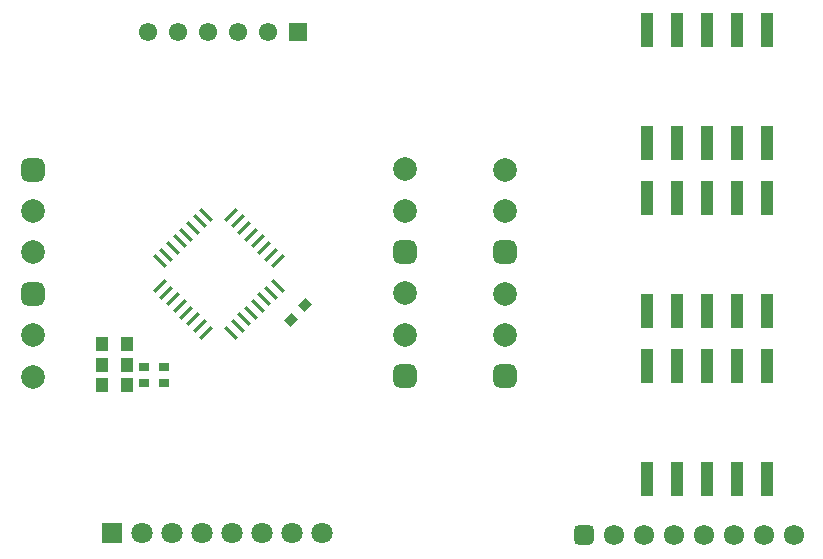
<source format=gbr>
%TF.GenerationSoftware,Altium Limited,Altium Designer,21.6.4 (81)*%
G04 Layer_Color=8388736*
%FSLAX43Y43*%
%MOMM*%
%TF.SameCoordinates,EF7AACBD-433E-4B6D-8733-A8E214C0EB56*%
%TF.FilePolarity,Negative*%
%TF.FileFunction,Soldermask,Top*%
%TF.Part,Single*%
G01*
G75*
%TA.AperFunction,SMDPad,CuDef*%
%ADD11R,0.900X0.800*%
%ADD12R,1.100X1.200*%
G04:AMPARAMS|DCode=13|XSize=0.9mm|YSize=0.8mm|CornerRadius=0mm|HoleSize=0mm|Usage=FLASHONLY|Rotation=45.000|XOffset=0mm|YOffset=0mm|HoleType=Round|Shape=Rectangle|*
%AMROTATEDRECTD13*
4,1,4,-0.035,-0.601,-0.601,-0.035,0.035,0.601,0.601,0.035,-0.035,-0.601,0.0*
%
%ADD13ROTATEDRECTD13*%

%ADD14R,1.000X2.940*%
G04:AMPARAMS|DCode=15|XSize=0.304mm|YSize=1.353mm|CornerRadius=0mm|HoleSize=0mm|Usage=FLASHONLY|Rotation=45.000|XOffset=0mm|YOffset=0mm|HoleType=Round|Shape=Rectangle|*
%AMROTATEDRECTD15*
4,1,4,0.371,-0.586,-0.586,0.371,-0.371,0.586,0.586,-0.371,0.371,-0.586,0.0*
%
%ADD15ROTATEDRECTD15*%

G04:AMPARAMS|DCode=16|XSize=0.304mm|YSize=1.353mm|CornerRadius=0mm|HoleSize=0mm|Usage=FLASHONLY|Rotation=135.000|XOffset=0mm|YOffset=0mm|HoleType=Round|Shape=Rectangle|*
%AMROTATEDRECTD16*
4,1,4,0.586,0.371,-0.371,-0.586,-0.586,-0.371,0.371,0.586,0.586,0.371,0.0*
%
%ADD16ROTATEDRECTD16*%

%TA.AperFunction,ComponentPad*%
%ADD29C,1.550*%
%ADD30R,1.550X1.550*%
%ADD69C,2.003*%
G04:AMPARAMS|DCode=70|XSize=2.003mm|YSize=2.003mm|CornerRadius=0.552mm|HoleSize=0mm|Usage=FLASHONLY|Rotation=270.000|XOffset=0mm|YOffset=0mm|HoleType=Round|Shape=RoundedRectangle|*
%AMROUNDEDRECTD70*
21,1,2.003,0.900,0,0,270.0*
21,1,0.900,2.003,0,0,270.0*
1,1,1.103,-0.450,-0.450*
1,1,1.103,-0.450,0.450*
1,1,1.103,0.450,0.450*
1,1,1.103,0.450,-0.450*
%
%ADD70ROUNDEDRECTD70*%
%ADD71C,1.803*%
%ADD72R,1.803X1.803*%
%ADD73C,1.723*%
G04:AMPARAMS|DCode=74|XSize=1.723mm|YSize=1.723mm|CornerRadius=0.482mm|HoleSize=0mm|Usage=FLASHONLY|Rotation=0.000|XOffset=0mm|YOffset=0mm|HoleType=Round|Shape=RoundedRectangle|*
%AMROUNDEDRECTD74*
21,1,1.723,0.760,0,0,0.0*
21,1,0.760,1.723,0,0,0.0*
1,1,0.963,0.380,-0.380*
1,1,0.963,-0.380,-0.380*
1,1,0.963,-0.380,0.380*
1,1,0.963,0.380,0.380*
%
%ADD74ROUNDEDRECTD74*%
D11*
X25273Y23774D02*
D03*
X26973D02*
D03*
Y22479D02*
D03*
X25273D02*
D03*
D12*
X21708Y24003D02*
D03*
X23808D02*
D03*
X21708Y22250D02*
D03*
X23808D02*
D03*
Y25756D02*
D03*
X21708D02*
D03*
D13*
X37702Y27822D02*
D03*
X38904Y29024D02*
D03*
D14*
X67894Y28540D02*
D03*
X70434D02*
D03*
X72974D02*
D03*
X75514D02*
D03*
X78054D02*
D03*
Y38100D02*
D03*
X75514D02*
D03*
X72974D02*
D03*
X70434D02*
D03*
X67894D02*
D03*
Y52324D02*
D03*
X70434D02*
D03*
X72974D02*
D03*
X75514D02*
D03*
X78054D02*
D03*
Y42764D02*
D03*
X75514D02*
D03*
X72974D02*
D03*
X70434D02*
D03*
X67894D02*
D03*
X67894Y23860D02*
D03*
X70434D02*
D03*
X72974D02*
D03*
X75514D02*
D03*
X78054D02*
D03*
Y14300D02*
D03*
X75514D02*
D03*
X72974D02*
D03*
X70434D02*
D03*
X67894D02*
D03*
D15*
X36597Y30685D02*
D03*
X36032Y30119D02*
D03*
X35466Y29553D02*
D03*
X34900Y28988D02*
D03*
X34335Y28422D02*
D03*
X33769Y27856D02*
D03*
X33203Y27291D02*
D03*
X32638Y26725D02*
D03*
X26598Y32765D02*
D03*
X27164Y33330D02*
D03*
X27729Y33896D02*
D03*
X28295Y34462D02*
D03*
X28861Y35027D02*
D03*
X29426Y35593D02*
D03*
X29992Y36159D02*
D03*
X30558Y36724D02*
D03*
D16*
Y26725D02*
D03*
X29992Y27291D02*
D03*
X29426Y27856D02*
D03*
X28861Y28422D02*
D03*
X28295Y28988D02*
D03*
X27729Y29553D02*
D03*
X27164Y30119D02*
D03*
X26598Y30685D02*
D03*
X32638Y36724D02*
D03*
X33203Y36159D02*
D03*
X33769Y35593D02*
D03*
X34335Y35027D02*
D03*
X34900Y34462D02*
D03*
X35466Y33896D02*
D03*
X36032Y33330D02*
D03*
X36597Y32765D02*
D03*
D29*
X25654Y52172D02*
D03*
X28194D02*
D03*
X30734D02*
D03*
X33274D02*
D03*
X35814D02*
D03*
D30*
X38354D02*
D03*
D69*
X15850Y26492D02*
D03*
Y22992D02*
D03*
X55855Y40528D02*
D03*
Y37028D02*
D03*
X55853Y30018D02*
D03*
Y26518D02*
D03*
X15850Y37008D02*
D03*
Y33508D02*
D03*
X47422Y37059D02*
D03*
Y40559D02*
D03*
X47423Y26543D02*
D03*
Y30043D02*
D03*
D70*
X15850Y29992D02*
D03*
X55855Y33528D02*
D03*
X55853Y23018D02*
D03*
X15850Y40508D02*
D03*
X47422Y33559D02*
D03*
X47423Y23043D02*
D03*
D71*
X40361Y9779D02*
D03*
X37821D02*
D03*
X32741D02*
D03*
X27661D02*
D03*
X25121D02*
D03*
X30201D02*
D03*
X35281D02*
D03*
D72*
X22581D02*
D03*
D73*
X80289Y9627D02*
D03*
X77749D02*
D03*
X67589D02*
D03*
X65049D02*
D03*
X70129D02*
D03*
X72669D02*
D03*
X75209D02*
D03*
D74*
X62509D02*
D03*
%TF.MD5,57f07a86b9f528587583363c852a1cfb*%
M02*

</source>
